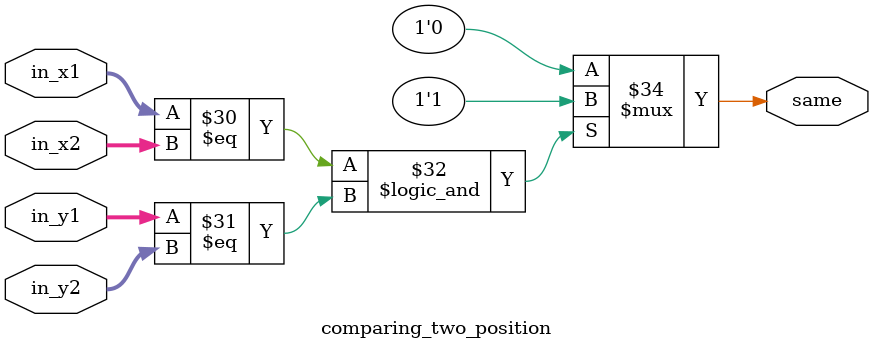
<source format=v>
module KT(
    clk,
    rst_n,
    in_valid,
    in_x,
    in_y,
    move_num,
    priority_num,
    out_valid,
    out_x,
    out_y,
    move_out
);

//input output declare
input clk,rst_n;
input in_valid;
input [2:0] in_x,in_y;
input [4:0] move_num;
input [2:0] priority_num;

output reg out_valid;
output reg [2:0] out_x,out_y;
output reg [4:0] move_out;


//Definition of states
parameter [1:0]RESET=2'd0;
parameter [1:0]INPUTMODE=2'd1;
parameter [1:0]COMPUTING=2'd2;
parameter [1:0]OUTPUTMODE=2'd3;
//To store states
reg [1:0]state,n_state;


//REGISTERS
reg [4:0]step_num;

reg [4:0]counter;
reg [4:0]counter_line;

reg [2:0]step_history[2:25];
reg [2:0]step_history_line[2:25];
reg step_history_round[2:25];

//reg [2:0]startx,starty;

reg input_start_flag;

//reg [2:0]pre_x,pre_y;

reg [2:0]prior_main;

reg [2:0]position_x[1:25];
reg [2:0]position_y[1:25];

reg [1:0]compstate;
//----------

//---Net---
//Used in INPUTMODE
reg [5:0]delta;
reg [2:0]cur_step;

wire [2:0]xline[1:25];
wire [2:0]yline[1:25];

wire [2:0] pline [2:25];
wire over_signal[2:25];
wor compareline[2:25];

integer i;

genvar pp;
generate
	for (pp=1;pp<26;pp=pp+1)begin
		assign xline[pp]=position_x[pp];
		assign yline[pp]=position_y[pp];
	end
endgenerate

genvar ii,jj;
generate
	for(ii=2;ii<26;ii=ii+1)begin
		for(jj=1;jj<ii;jj=jj+1)begin
			comparing_two_position compare(.in_x1(xline[jj]),.in_y1(yline[jj]),.in_x2(xline[ii]),.in_y2(yline[ii]),.same(compareline[ii]));
		end
	end
endgenerate


always@(*) begin
	delta[5:3] = position_x[counter-1]-position_x[counter-2];
	delta[2:0] = position_y[counter-1]-position_y[counter-2];
	case(delta)
		//0(-1,2)
		6'b111010:begin cur_step = 3'b000; end
		//1(1,2)
		6'b001010:begin cur_step = 3'b001; end
		//2(2,1)
		6'b010001:begin cur_step = 3'b010; end
		//3(2,-1)
		6'b010111:begin cur_step = 3'b011; end
		//4(1,-2)
		6'b001110:begin cur_step = 3'b100; end
		//5(-1,-2)
		6'b111110:begin cur_step = 3'b101; end
		//6(-2,-1)
		6'b110111:begin cur_step = 3'b110; end
		//7(-2,1)
		6'b110001:begin cur_step = 3'b111; end
		//default
		default:begin end
	endcase
end
//***************************************************//
//Finite State Machine example
//***************************************************//
//FSM current state assignment
always@(posedge clk or negedge rst_n) begin
	if(!rst_n) begin
		state <= RESET;
	end
	else begin
		state <= n_state;
	end
end

//FSM next state assignment
always@(*) begin
	if(!rst_n)begin
		n_state = RESET;
	end
	else if(in_valid)begin
		n_state = INPUTMODE;
	end
	else if(step_num==5'd26)begin
		n_state = OUTPUTMODE;
	end
	else begin
		case(state)
		
			RESET: begin
				if(in_valid) begin
					n_state = INPUTMODE;
				end
				else begin
					n_state = RESET;
				end
			end
			
			INPUTMODE: begin
				if(in_valid) begin
					n_state = INPUTMODE;
				end
				else begin
					n_state = COMPUTING;
				end
			end
			
			COMPUTING: begin
				n_state = COMPUTING;
			end
			
			OUTPUTMODE: begin
				if(move_out==5'd25) begin
					n_state = RESET;
				end
				
				else begin
					n_state = OUTPUTMODE;
				end
			end
			
			default: begin
				n_state = state;
			end

		endcase
	end
end 

//Output assignment
always@(posedge clk or negedge rst_n) begin
	if(!rst_n)begin
		out_valid<=1'b0;
		out_x<=3'b000;
		out_y<=3'b000;
		move_out<=5'b00000;
	end
	
	else if(state==RESET)begin
		out_valid<=1'b0;
		out_x<=3'b000;
		out_y<=3'b000;
		move_out<=5'b00000;
	end
	else if(state==OUTPUTMODE)begin
		if(move_out==5'd25)begin
			out_valid<=1'b0;
			move_out<=5'b00000;
			out_x<=5'b00000;
			out_y<=5'b00000;
		end
		else begin
			out_valid<=1'b1;
			move_out<=counter;
			out_x<=xline[counter];
			out_y<=yline[counter];
		end
	end
	else begin
		if((state==COMPUTING) && (step_num==5'd26))begin
			out_valid<=1'b1;
			move_out<=5'b00001;
			out_x<=xline[1];
			out_y<=yline[1];
		end
		else begin
			out_valid<=out_valid;
			move_out<=move_out;
			out_x<=out_x;
			out_y<=out_y;
		end
		
	end
	
end

//REGISTERS assignment
always@(posedge clk or negedge rst_n) begin
	
	if(!rst_n) begin
		step_num<=5'b00000;//1
		counter<=5'b00001;//2
		for(i=2;i<26;i=i+1)begin
			{step_history_round[i],step_history[i][2:0]}<=4'b0000;//3
		end
		
		
		input_start_flag<=1'b0;//6
		
		
		
		prior_main<=3'b000;//9
		
		for(i=1;i<26;i=i+1)begin
			position_x[i]<=0;//10
			position_y[i]<=0;//10
		end
		compstate<=2'b0;
	end
	//INPUTMODE:start~body!!!
	else if(in_valid)begin
		//The first time receiving data
		if(!input_start_flag) begin
			step_num <= move_num;//1
			
			for(i=2;i<26;i=i+1)begin
				{step_history_round[i],step_history[i][2:0]}<={1'b0,priority_num[2:0]};//3
			end
			
			
			//Turn on the flag after the first input
			input_start_flag <= 1'b1;//6
			prior_main <= priority_num;//9
		end
		//Start storing after the first input
		else begin
			step_num <= step_num;//1
			if(counter>2)begin
				for(i=2;i<26;i=i+1)begin
					if(i==counter-1)begin
						{step_history_round[i],step_history[i][2:0]}<={step_history_round[i],cur_step[2:0]};//3
					end
					else begin
						{step_history_round[i],step_history[i][2:0]}<={step_history_round[i],step_history[i][2:0]};//3
					end
				end
			end
			else begin
				for(i=2;i<26;i=i+1)begin
					{step_history_round[i],step_history[i][2:0]}<={step_history_round[i],step_history[i][2:0]};//3
				end
			end
			
			
			
			
			
			input_start_flag <= input_start_flag;//6
			prior_main <= prior_main;//9
		end
		
		counter <= counter+1;//2
		
		
		for(i=1;i<26;i=i+1)begin
			if(i==counter)begin
				position_x[i]<=in_x;//10
				position_y[i]<=in_y;//10
			end
			else begin
				position_x[i]<=position_x[i];//10
				position_y[i]<=position_y[i];//10
			end
		end
		compstate<=2'b0;
	end
	else begin
		case(state)
		
			RESET: begin
				step_num<=5'b00000;//1
				counter<=5'b00001;//2
				for(i=2;i<26;i=i+1)begin
					{step_history_round[i],step_history[i][2:0]}<=4'b0000;//3
				end
				
				
				input_start_flag<=1'b0;//6
				
				
				
				prior_main<=3'b000;//9
				
				for(i=1;i<26;i=i+1)begin
					position_x[i]<=0;//10
					position_y[i]<=0;//10
				end
				compstate<=2'b0;
			end
			//INPUTMODE:end!!!
			INPUTMODE: begin
				step_num<=step_num;//1
				counter<=5'b00001;//2
				for(i=2;i<26;i=i+1)begin
					if(i==counter-1)begin
						{step_history_round[i],step_history[i][2:0]}<={step_history_round[i],cur_step[2:0]};//3
					end
					else begin
						{step_history_round[i],step_history[i][2:0]}<={step_history_round[i],step_history[i][2:0]};//3
					end
				end
				
				
				input_start_flag<=1'b0;//6
				
				
				
				prior_main<=prior_main;//9
				
				
				for(i=2;i<26;i=i+1)begin
					position_x[i]<=position_x[i];//10
					position_y[i]<=position_y[i];//10
				end
				
				compstate<=2'b0;
			end
			
			COMPUTING: begin
				if(compstate==2'd0)begin
					//COMPUTING:end
					if(step_num==5'd26)begin
						step_num<=5'b00000;//1
						counter<=counter+1;//2
						for(i=2;i<26;i=i+1)begin
							{step_history_round[i],step_history[i][2:0]}<={step_history_round[i],step_history[i][2:0]};//3
						end
						
						
						input_start_flag<=1'b0;//6
						
						
						
						prior_main<=3'b000;//9
						
						for(i=2;i<26;i=i+1)begin
							position_x[i]<=position_x[i];//10
							position_y[i]<=position_y[i];//10
						end
						compstate<=2'b0;
					end
					//COMPUTING:body .if step round
					else if((step_num!=1) && ((step_history[step_num][2:0]==prior_main) && (step_history_round[step_num]))) begin
						
						step_num<=step_num;//1
						for(i=2;i<26;i=i+1)begin
							{step_history_round[i],step_history[i][2:0]} <= {step_history_round[i],step_history[i][2:0]};//3
						end
						
						counter<=5'b00001;//2
						
						input_start_flag<=1'b0;//6
						
						prior_main<=prior_main;//9
						for(i=2;i<26;i=i+1)begin
							if(i==step_num-1)begin 
								{position_x[i],position_y[i]}<=walk(step_history[i]+1,position_x[i-1],position_y[i-1]);//10
							end
							else begin
								{position_x[i],position_y[i]}<={position_x[i],position_y[i]};//10
							end
						end
						
						compstate<=2'd1;
					end
					//COMPUTING:body .if the step is over the range
					else if((position_x[step_num]>4) || (position_y[step_num]>4))begin
						
						
						step_num<=step_num;//1
						for(i=2;i<26;i=i+1)begin
							{step_history_round[i],step_history[i][2:0]} <= {step_history_round[i],step_history[i][2:0]};//3
						end
						counter<=5'b00001;//2
						
						input_start_flag<=1'b0;//6
						
						prior_main<=prior_main;//9
						
						for(i=2;i<26;i=i+1)begin
							if(i==step_num)begin {position_x[i],position_y[i]}<=walk(step_history[i]+1,position_x[i-1],position_y[i-1]); end//10
							else begin {position_x[i],position_y[i]}<={position_x[i],position_y[i]}; end//10
						end
						
						compstate<=2'd2;
					end
					//COMPUTING:body .if the block has been stepped
					else if((step_num!=1) && compareline[step_num])begin
						
						step_num<=step_num;//1
						for(i=2;i<26;i=i+1)begin
							{step_history_round[i],step_history[i][2:0]} <= {step_history_round[i],step_history[i][2:0]};//3
						end
						counter<=5'b00001;//2
						
						input_start_flag<=1'b0;//6
						
						prior_main<=prior_main;//9
						
						for(i=2;i<26;i=i+1)begin
							if(i==step_num)begin {position_x[i],position_y[i]}<=walk(step_history[step_num]+1,position_x[i-1],position_y[i-1]); end//10
							else begin {position_x[i],position_y[i]}<={position_x[i],position_y[i]}; end//10
						end
						
						compstate<=2'd3;
					end
					//COMPUTING:body .next step
					else begin
						step_num<=step_num+1;//1
						for(i=2;i<26;i=i+1)begin
							{step_history_round[i],step_history[i][2:0]} <= {step_history_round[i],step_history[i][2:0]};//3
						end
						counter<=5'b00001;//2
						
						input_start_flag<=1'b0;//6
						
						prior_main<=prior_main;//9
						
						for(i=2;i<26;i=i+1)begin
							if(i==step_num+1)begin {position_x[i],position_y[i]}<=walk(step_history[i],position_x[i-1],position_y[i-1]); end//10
							else begin {position_x[i],position_y[i]}<={position_x[i],position_y[i]}; end//10
						end
						
						compstate<=2'd0;
						//$display("next");
					end
				end
				else if(compstate==2'd1)begin
					step_num<=step_num-1;//1
						
					for(i=2;i<26;i=i+1)begin
						if((i[4:0]+1)==step_num)begin
							{step_history_round[i],step_history[i][2:0]} <= {step_history_round[i],step_history[i][2:0]}+4'b0001;//3
						end
						else if(i[4:0]==step_num)begin
							{step_history_round[i],step_history[i][2:0]} <= {1'b0,step_history[i][2:0]};//3
						end
						else begin
							{step_history_round[i],step_history[i][2:0]} <= {step_history_round[i],step_history[i][2:0]};//3
						end
					end
					counter<=counter;
					input_start_flag<=1'b0;//6
					
					prior_main<=prior_main;//9
					
					for(i=2;i<26;i=i+1)begin
						position_x[i]<=position_x[i];//10
						position_y[i]<=position_y[i];//10
					end
					
					compstate<=2'd0;
				end
				else if(compstate==2'd2)begin
					step_num<=step_num;//1
						
					for(i=2;i<26;i=i+1)begin
						if(i[4:0]==step_num)begin
							{step_history_round[i],step_history[i][2:0]} <= {step_history_round[i],step_history[i][2:0]}+4'b0001;//3
						end
						else begin
							{step_history_round[i],step_history[i][2:0]} <= {step_history_round[i],step_history[i][2:0]};//3
						end
					end
					counter<=counter;//2
					input_start_flag<=1'b0;//6
					
					prior_main<=prior_main;//9
					
					for(i=2;i<26;i=i+1)begin
						position_x[i]<=position_x[i];//10
						position_y[i]<=position_y[i];//10
					end
					compstate<=2'd0;
				end
				else if(compstate==2'd3)begin
					step_num<=step_num;//1
						
					for(i=2;i<26;i=i+1)begin
						if(i[4:0]==step_num)begin
							{step_history_round[i],step_history[i][2:0]} <= {step_history_round[i],step_history[i][2:0]}+4'b0001;//3
						end
						else begin
							{step_history_round[i],step_history[i][2:0]} <= {step_history_round[i],step_history[i][2:0]};//3
						end
					end
					counter<=counter;//2
					input_start_flag<=1'b0;//6
					
					prior_main<=prior_main;//9
					
					for(i=2;i<26;i=i+1)begin
						position_x[i]<=position_x[i];//10
						position_y[i]<=position_y[i];//10
					end
					compstate<=2'd0;
				end
			end
			
			OUTPUTMODE: begin
				step_num<=5'b00000;//1
				
				if(move_out==5'd25)begin
					counter<=5'd1;//2
				end
				else begin
					counter<=counter+5'b00001;//2
				end
				
				for(i=2;i<26;i=i+1)begin
					{step_history_round[i],step_history[i][2:0]}<={step_history_round[i],step_history[i][2:0]};//3
				end
				
				
				
				input_start_flag<=1'b0;//6
				
				
				
				prior_main<=3'b000;//9
				
				for(i=2;i<26;i=i+1)begin
					position_x[i]<=xline[i];//10
					position_y[i]<=yline[i];//10
				end
				compstate<=2'd0;
			end
			
			default: begin
				
			end

		endcase
	end
end

function [5:0]walk;
	input [2:0]step;
	input [2:0]x,y;
	begin
		case(step)
			3'b000:walk={x-3'd1,y+3'd2};
			3'b001:walk={x+3'd1,y+3'd2};
			3'b010:walk={x+3'd2,y+3'd1};
			3'b011:walk={x+3'd2,y-3'd1};
			3'b100:walk={x+3'd1,y-3'd2};
			3'b101:walk={x-3'd1,y-3'd2};
			3'b110:walk={x-3'd2,y-3'd1};
			3'b111:walk={x-3'd2,y+3'd1};
		endcase
	end
endfunction

endmodule

module comparing_two_position(in_x1,in_y1,in_x2,in_y2,same);
	input [2:0]in_x1,in_y1,in_x2,in_y2;
	output reg same;
	
	always@(*)begin
		if((in_x1==in_x2) && (in_y1==in_y2))begin
			same=1'b1;
		end
		else begin
			same=1'b0;
		end
	end
endmodule
</source>
